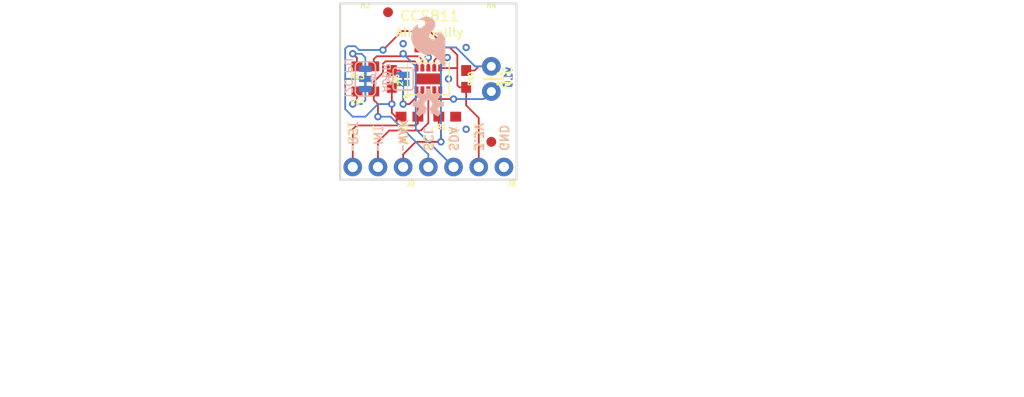
<source format=kicad_pcb>
(kicad_pcb (version 20211014) (generator pcbnew)
  (layers (0 "F.Cu" signal) (31 "B.Cu" signal) (34 "B.Paste" user) (35 "F.Paste" user) (36 "B.SilkS" user "B.Silkscreen") (37 "F.SilkS" user "F.Silkscreen") (38 "B.Mask" user) (39 "F.Mask" user) (44 "Edge.Cuts" user))
  (net 0 "")
  (net 1 "GND")
  (net 2 "SCL")
  (net 3 "SDA")
  (net 4 "3.3V")
  (net 5 "~{RST}")
  (net 6 "CCS811_ADDR")
  (net 7 "AUX")
  (net 8 "~{INT}")
  (net 9 "~{WAKE}")
  (net 10 "NTC_SENSE")
  (net 11 "N$4")
  (net 12 "N$5")
  (footprint "boardEagle:0603" (layer "F.Cu") (at 148.5011 100.5586 180)
    (fp_text reference "C2" (at 0 -0.762 180) (layer "F.SilkS") (effects (font (size 0.48768 0.48768) (thickness 0.12192)) (justify right top)))
    (fp_text value "1.0uF")
    (pad "1" smd rect (at -0.85 0 180) (size 1.1 1) (layers "F.Cu" "F.Paste" "F.Mask") (net 4 "3.3V"))
    (pad "2" smd rect (at 0.85 0 180) (size 1.1 1) (layers "F.Cu" "F.Paste" "F.Mask") (net 1 "GND"))
  )
  (footprint "boardEagle:0603" (layer "F.Cu") (at 146.5961 107.5436 180)
    (fp_text reference "R2" (at 0 -0.762 180) (layer "F.SilkS") (effects (font (size 0.48768 0.48768) (thickness 0.12192)) (justify right top)))
    (fp_text value "4.7k")
    (pad "1" smd rect (at -0.85 0 180) (size 1.1 1) (layers "F.Cu" "F.Paste" "F.Mask") (net 5 "~{RST}"))
    (pad "2" smd rect (at 0.85 0 180) (size 1.1 1) (layers "F.Cu" "F.Paste" "F.Mask") (net 4 "3.3V"))
  )
  (footprint "boardEagle:FIDUCIAL-1X2" (layer "F.Cu") (at 154.8511 110.0836)
    (fp_text reference "FD2" hide)
    (fp_text value "FIDUCIAL1X2" hide)
    (pad "1" smd roundrect (at 0 0) (size 1 1) (layers "F.Cu" "F.Mask") (roundrect_rratio 0.5))
  )
  (footprint "boardEagle:STAND-OFF" (layer "F.Cu") (at 154.8511 98.6536)
    (fp_text reference "H4" (at 0 -2.032) (layer "F.SilkS") (effects (font (size 0.48768 0.48768) (thickness 0.12192)) (justify bottom)))
    (fp_text value "STAND-OFF")
    (pad "" np_thru_hole circle (at 0 0) (size 3.302 3.302) (drill 3.302) (layers *.Cu *.Mask))
  )
  (footprint "boardEagle:1X03_NO_SILK" (layer "F.Cu") (at 145.9611 112.6236 180)
    (fp_text reference "J2" (at -1.27 -1.397 180) (layer "F.SilkS") (effects (font (size 0.48768 0.48768) (thickness 0.12192)) (justify right top)))
    (fp_text value "")
    (pad "1" thru_hole circle (at 0 0 270) (size 1.8796 1.8796) (drill 1.016) (layers *.Cu *.Mask) (net 9 "~{WAKE}"))
    (pad "2" thru_hole circle (at 2.54 0 270) (size 1.8796 1.8796) (drill 1.016) (layers *.Cu *.Mask) (net 8 "~{INT}"))
    (pad "3" thru_hole circle (at 5.08 0 270) (size 1.8796 1.8796) (drill 1.016) (layers *.Cu *.Mask) (net 5 "~{RST}"))
  )
  (footprint "boardEagle:FIDUCIAL-1X2" (layer "F.Cu") (at 144.4371 97.0026)
    (fp_text reference "FD1" hide)
    (fp_text value "FIDUCIAL1X2" hide)
    (pad "1" smd roundrect (at 0 0) (size 1 1) (layers "F.Cu" "F.Mask") (roundrect_rratio 0.5))
  )
  (footprint "boardEagle:AXIAL-0.1" (layer "F.Cu") (at 154.8511 103.7336 -90)
    (fp_text reference "R12" (at 0 -1.143 -90) (layer "F.SilkS") (effects (font (size 0.48768 0.48768) (thickness 0.12192)) (justify bottom)))
    (fp_text value "10k")
    (fp_line (start 0 0.762) (end 0 0) (layer "F.SilkS") (width 0.2032))
    (fp_line (start 0 0) (end -0.254 0) (layer "F.SilkS") (width 0.2032))
    (fp_line (start 0 0) (end 0 -0.762) (layer "F.SilkS") (width 0.2032))
    (fp_line (start 0.254 0) (end 0 0) (layer "F.SilkS") (width 0.2032))
    (pad "P$1" thru_hole circle (at -1.27 0 270) (size 1.8796 1.8796) (drill 0.9) (layers *.Cu *.Mask) (net 7 "AUX"))
    (pad "P$2" thru_hole circle (at 1.27 0 270) (size 1.8796 1.8796) (drill 0.9) (layers *.Cu *.Mask) (net 10 "NTC_SENSE"))
  )
  (footprint "boardEagle:0603" (layer "F.Cu") (at 144.8181 103.7336 -90)
    (fp_text reference "R6" (at 0 -0.762 -90) (layer "F.SilkS") (effects (font (size 0.48768 0.48768) (thickness 0.12192)) (justify bottom)))
    (fp_text value "100k")
    (pad "1" smd rect (at -0.85 0 270) (size 1.1 1) (layers "F.Cu" "F.Paste" "F.Mask") (net 6 "CCS811_ADDR"))
    (pad "2" smd rect (at 0.85 0 270) (size 1.1 1) (layers "F.Cu" "F.Paste" "F.Mask") (net 4 "3.3V"))
  )
  (footprint "boardEagle:CREATIVE_COMMONS" (layer "F.Cu") (at 125.6411 135.4836)
    (fp_text reference "FRAME1" hide)
    (fp_text value "FRAME-LETTER" hide)
  )
  (footprint "boardEagle:0603" (layer "F.Cu") (at 142.1511 105.0036 180)
    (fp_text reference "R14" (at 0 -0.762 180) (layer "F.SilkS") (effects (font (size 0.48768 0.48768) (thickness 0.12192)) (justify right top)))
    (fp_text value "4.7k")
    (pad "1" smd rect (at -0.85 0 180) (size 1.1 1) (layers "F.Cu" "F.Paste" "F.Mask") (net 2 "SCL"))
    (pad "2" smd rect (at 0.85 0 180) (size 1.1 1) (layers "F.Cu" "F.Paste" "F.Mask") (net 12 "N$5"))
  )
  (footprint "boardEagle:0603" (layer "F.Cu") (at 152.3111 103.7336 -90)
    (fp_text reference "R10" (at 0 -0.762 -90) (layer "F.SilkS") (effects (font (size 0.48768 0.48768) (thickness 0.12192)) (justify bottom)))
    (fp_text value "10k")
    (pad "1" smd rect (at -0.85 0 270) (size 1.1 1) (layers "F.Cu" "F.Paste" "F.Mask") (net 7 "AUX"))
    (pad "2" smd rect (at 0.85 0 270) (size 1.1 1) (layers "F.Cu" "F.Paste" "F.Mask") (net 4 "3.3V"))
  )
  (footprint "boardEagle:0603" (layer "F.Cu") (at 150.4061 107.5436 180)
    (fp_text reference "R1" (at 0 -0.762 180) (layer "F.SilkS") (effects (font (size 0.48768 0.48768) (thickness 0.12192)) (justify right top)))
    (fp_text value "100k")
    (pad "1" smd rect (at -0.85 0 180) (size 1.1 1) (layers "F.Cu" "F.Paste" "F.Mask") (net 1 "GND"))
    (pad "2" smd rect (at 0.85 0 180) (size 1.1 1) (layers "F.Cu" "F.Paste" "F.Mask") (net 9 "~{WAKE}"))
  )
  (footprint "boardEagle:1X04_NO_SILK" (layer "F.Cu") (at 156.1211 112.6236 180)
    (fp_text reference "J8" (at -1.27 -1.397 180) (layer "F.SilkS") (effects (font (size 0.48768 0.48768) (thickness 0.12192)) (justify right top)))
    (fp_text value "")
    (pad "1" thru_hole circle (at 0 0 270) (size 1.8796 1.8796) (drill 1.016) (layers *.Cu *.Mask) (net 1 "GND"))
    (pad "2" thru_hole circle (at 2.54 0 270) (size 1.8796 1.8796) (drill 1.016) (layers *.Cu *.Mask) (net 4 "3.3V"))
    (pad "3" thru_hole circle (at 5.08 0 270) (size 1.8796 1.8796) (drill 1.016) (layers *.Cu *.Mask) (net 3 "SDA"))
    (pad "4" thru_hole circle (at 7.62 0 270) (size 1.8796 1.8796) (drill 1.016) (layers *.Cu *.Mask) (net 2 "SCL"))
  )
  (footprint "boardEagle:0603" (layer "F.Cu") (at 142.1511 102.4636 180)
    (fp_text reference "R13" (at 0 -0.762 180) (layer "F.SilkS") (effects (font (size 0.48768 0.48768) (thickness 0.12192)) (justify right top)))
    (fp_text value "4.7k")
    (pad "1" smd rect (at -0.85 0 180) (size 1.1 1) (layers "F.Cu" "F.Paste" "F.Mask") (net 3 "SDA"))
    (pad "2" smd rect (at 0.85 0 180) (size 1.1 1) (layers "F.Cu" "F.Paste" "F.Mask") (net 11 "N$4"))
  )
  (footprint "boardEagle:LGA10" (layer "F.Cu") (at 148.5011 103.7336 90)
    (fp_text reference "U2" (at -1.27 -2.54 90) (layer "F.SilkS") (effects (font (size 0.48768 0.48768) (thickness 0.12192)) (justify left bottom)))
    (fp_text value "CCS811")
    (fp_line (start 1.6 -2.1) (end -1.6 -2.1) (layer "F.SilkS") (width 0.127))
    (fp_line (start -1.6 -2.1) (end -1.6 2.1) (layer "F.SilkS") (width 0.127))
    (fp_line (start -1.6 2.1) (end 1.6 2.1) (layer "F.SilkS") (width 0.127))
    (fp_line (start 1.6 2.1) (end 1.6 -2.1) (layer "F.SilkS") (width 0.127))
    (fp_circle (center -1.8 -2.3) (end -1.672525 -2.3) (layer "F.SilkS") (width 0.25495) (fill solid))
    (pad "1" smd rect (at -1.1 -1.2 90) (size 0.7 0.4) (layers "F.Cu" "F.Paste" "F.Mask") (net 6 "CCS811_ADDR"))
    (pad "2" smd rect (at -1.1 -0.6 90) (size 0.7 0.4) (layers "F.Cu" "F.Paste" "F.Mask") (net 5 "~{RST}"))
    (pad "3" smd rect (at -1.1 0 90) (size 0.7 0.4) (layers "F.Cu" "F.Paste" "F.Mask") (net 8 "~{INT}"))
    (pad "4" smd rect (at -1.1 0.6 90) (size 0.7 0.4) (layers "F.Cu" "F.Paste" "F.Mask") (net 10 "NTC_SENSE"))
    (pad "5" smd rect (at -1.1 1.2 90) (size 0.7 0.4) (layers "F.Cu" "F.Paste" "F.Mask") (net 10 "NTC_SENSE"))
    (pad "6" smd rect (at 1.1 1.2 270) (size 0.7 0.4) (layers "F.Cu" "F.Paste" "F.Mask") (net 4 "3.3V"))
    (pad "7" smd rect (at 1.1 0.6 270) (size 0.7 0.4) (layers "F.Cu" "F.Paste" "F.Mask") (net 9 "~{WAKE}"))
    (pad "8" smd rect (at 1.1 0 270) (size 0.7 0.4) (layers "F.Cu" "F.Paste" "F.Mask") (net 7 "AUX"))
    (pad "9" smd rect (at 1.1 -0.6 270) (size 0.7 0.4) (layers "F.Cu" "F.Paste" "F.Mask") (net 3 "SDA"))
    (pad "10" smd rect (at 1.1 -1.2 270) (size 0.7 0.4) (layers "F.Cu" "F.Paste" "F.Mask") (net 2 "SCL"))
    (pad "EP" smd rect (at 0 0 90) (size 1.1 2.45) (layers "F.Cu") (net 1 "GND"))
  )
  (footprint "boardEagle:STAND-OFF" (layer "F.Cu") (at 142.1511 98.6536)
    (fp_text reference "H2" (at 0 -2.032) (layer "F.SilkS") (effects (font (size 0.48768 0.48768) (thickness 0.12192)) (justify bottom)))
    (fp_text value "STAND-OFF")
    (pad "" np_thru_hole circle (at 0 0) (size 3.302 3.302) (drill 3.302) (layers *.Cu *.Mask))
  )
  (footprint "boardEagle:OSHW-LOGO-S" (layer "B.Cu") (at 148.5011 106.2736 180)
    (fp_text reference "LOGO4" hide)
    (fp_text value "OSHW-LOGOS" hide)
    (fp_poly (pts (xy 0.301647 1.061351) (xy 0.42347 1.022344) (xy 0.537177 0.963769) (xy 0.92862 1.282946) (xy 1.282946 0.92862) (xy 0.961035 0.533823) (xy 1.057046 0.302084) (xy 1.5638 0.250561) (xy 1.5638 -0.250561) (xy 1.057046 -0.302084) (xy 0.961035 -0.533823) (xy 1.282946 -0.92862) (xy 0.92862 -1.282946) (xy 0.537177 -0.96377) (xy 0.356601 -1.056794) (xy 0.088679 -0.410073) (xy 0.326262 -0.2176) (xy 0.373649 -0.121468) (xy 0.392729 -0.010339) (xy 0.379464 0.101634) (xy 0.334947 0.205229) (xy 0.262842 0.291918) (xy 0.169087 0.354561) (xy 0.061406 0.387999) (xy -0.051342 0.38948) (xy -0.159868 0.358881) (xy -0.255234 0.298724) (xy -0.329589 0.213962) (xy -0.376813 0.111569) (xy -0.392176 0.005767) (xy -0.322923 -0.222565) (xy -0.249312 -0.303773) (xy 0.091677 -0.5081) (xy -0.12929 -0.5081) (xy -0.355332 -1.053732) (xy -0.506597 -0.983577) (xy -0.538922 -0.965192) (xy -0.92862 -1.282946) (xy -1.282946 -0.92862) (xy -0.961035 -0.533823) (xy -1.057046 -0.302084) (xy -1.5638 -0.250561) (xy -1.5638 0.250561) (xy -1.057046 0.302084) (xy -0.961035 0.533823) (xy -1.282946 0.92862) (xy -0.92862 1.282946) (xy -0.533823 0.961035) (xy -0.302084 1.057046) (xy -0.250561 1.5638) (xy 0.250561 1.5638)) (layer "B.SilkS") (width 0) (fill solid))
  )
  (footprint "boardEagle:SMT-JUMPER_3_2-NC_TRACE_SILK" (layer "B.Cu") (at 142.1511 103.7336 90)
    (fp_text reference "JP1" (at 0 1.143 270) (layer "B.SilkS") (effects (font (size 0.48768 0.48768) (thickness 0.12192)) (justify bottom mirror)))
    (fp_text value "")
    (fp_line (start 0 0) (end 1.016 0) (layer "B.Cu") (width 0.254))
    (fp_line (start 0 0) (end -1.016 0) (layer "B.Cu") (width 0.254))
    (fp_line (start 1.7272 -0.5588) (end 1.7272 0.5588) (layer "B.SilkS") (width 0.1524))
    (fp_line (start 1.27 -1.016) (end -1.27 -1.016) (layer "B.SilkS") (width 0.1524))
    (fp_line (start -1.7272 -0.5588) (end -1.7272 0.5588) (layer "B.SilkS") (width 0.1524))
    (fp_line (start -1.27 1.016) (end 1.27 1.016) (layer "B.SilkS") (width 0.1524))
    (fp_arc (start -1.7272 -0.5588) (mid -1.593289 -0.882089) (end -1.27 -1.016) (layer "B.SilkS") (width 0.1524))
    (fp_arc (start 1.27 -1.016) (mid 1.593289 -0.882089) (end 1.7272 -0.5588) (layer "B.SilkS") (width 0.1524))
    (fp_arc (start -1.27 1.016) (mid -1.593289 0.882089) (end -1.7272 0.5588) (layer "B.SilkS") (width 0.1524))
    (fp_arc (start 1.7272 0.5588) (mid 1.593289 0.882089) (end 1.27 1.016) (layer "B.SilkS") (width 0.1524))
    (pad "1" smd rect (at -1.016 0 90) (size 0.635 1.27) (layers "B.Cu" "B.Mask") (net 12 "N$5"))
    (pad "2" smd rect (at 0 0 90) (size 0.635 1.27) (layers "B.Cu" "B.Mask") (net 4 "3.3V"))
    (pad "3" smd rect (at 1.016 0 90) (size 0.635 1.27) (layers "B.Cu" "B.Mask") (net 11 "N$4"))
  )
  (footprint "boardEagle:SMT-JUMPER_2_NO_SILK" (layer "B.Cu") (at 145.9611 103.7336 -90)
    (fp_text reference "JP2" (at 0 1.143 90) (layer "B.SilkS") (effects (font (size 0.48768 0.48768) (thickness 0.12192)) (justify bottom mirror)))
    (fp_text value "")
    (fp_line (start -1.1176 -0.762) (end -1.1176 0.762) (layer "B.SilkS") (width 0.1524))
    (fp_line (start 1.1176 -0.762) (end 1.1176 0.762) (layer "B.SilkS") (width 0.1524))
    (fp_line (start -0.8636 1.016) (end 0.8636 1.016) (layer "B.SilkS") (width 0.1524))
    (fp_line (start 0.8636 -1.016) (end -0.8636 -1.016) (layer "B.SilkS") (width 0.1524))
    (fp_arc (start -1.1176 -0.762) (mid -1.043205 -0.941605) (end -0.8636 -1.016) (layer "B.SilkS") (width 0.1524))
    (fp_arc (start 1.1176 0.762) (mid 1.043205 0.941605) (end 0.8636 1.016) (layer "B.SilkS") (width 0.1524))
    (fp_arc (start 0.8636 -1.016) (mid 1.043205 -0.941605) (end 1.1176 -0.762) (layer "B.SilkS") (width 0.1524))
    (fp_arc (start -0.8636 1.016) (mid -1.043205 0.941605) (end -1.1176 0.762) (layer "B.SilkS") (width 0.1524))
    (pad "1" smd rect (at -0.4064 0 270) (size 0.635 1.27) (layers "B.Cu" "B.Mask") (net 1 "GND"))
    (pad "2" smd rect (at 0.4064 0 270) (size 0.635 1.27) (layers "B.Cu" "B.Mask") (net 6 "CCS811_ADDR"))
  )
  (footprint "boardEagle:SFE_LOGO_FLAME_.2" (layer "B.Cu") (at 150.5331 102.8446 180)
    (fp_text reference "LOGO1" hide)
    (fp_text value "SFE_LOGO_FLAME.2_INCH" hide)
    (fp_poly (pts (xy 2.356124 5.387841) (xy 2.54221 5.336151) (xy 2.696765 5.274329) (xy 2.820715 5.202025) (xy 2.891641 5.151363) (xy 3.025836 5.0619) (xy 2.88531 5.0619) (xy 2.845311 5.0719) (xy 2.72211 5.0719) (xy 2.636752 5.062416) (xy 2.563301 5.044053) (xy 2.491409 5.008107) (xy 2.417637 4.943557) (xy 2.382274 4.899352) (xy 2.354785 4.844375) (xy 2.336905 4.799676) (xy 2.328626 4.75) (xy 2.337228 4.698388) (xy 2.355 4.636185) (xy 2.392012 4.580668) (xy 2.440009 4.503873) (xy 2.485908 4.457974) (xy 2.55352 4.400021) (xy 2.689709 4.302743) (xy 2.763874 4.265661) (xy 2.895336 4.2281) (xy 2.952181 4.2281) (xy 3.008246 4.252128) (xy 3.049745 4.293627) (xy 3.073607 4.333397) (xy 3.09127 4.439377) (xy 3.0819 4.486227) (xy 3.0819 4.618742) (xy 3.303873 4.480009) (xy 3.480861 4.303021) (xy 3.614896 4.055572) (xy 3.717119 3.769347) (xy 3.768264 3.431786) (xy 3.747805 3.073743) (xy 3.645669 2.706055) (xy 3.452264 2.329424) (xy 3.308996 2.145223) (xy 3.155643 1.981646) (xy 2.981788 1.848698) (xy 2.788079 1.726356) (xy 2.582909 1.634029) (xy 2.357412 1.57253) (xy 2.112372 1.5419) (xy 1.725104 1.5419) (xy 1.622976 1.514047) (xy 1.518969 1.466771) (xy 1.42376 1.400124) (xy 1.326228 1.312346) (xy 1.218056 1.204174) (xy 1.108517 1.074719) (xy 0.977919 0.934075) (xy 0.858086 0.804255) (xy 0.748687 0.684911) (xy 0.648805 0.565052) (xy 0.559226 0.465519) (xy 0.489518 0.375893) (xy 0.427975 0.304094) (xy 0.391313 0.267431) (xy 0.3119 0.108606) (xy 0.3119 2.841002) (xy 0.322025 3.033368) (xy 0.342559 3.197641) (xy 0.384528 3.344532) (xy 0.44803 3.460954) (xy 0.521382 3.555263) (xy 0.605727 3.639608) (xy 0.702167 3.703902) (xy 0.807873 3.746184) (xy 0.921241 3.777103) (xy 1.026227 3.7981) (xy 1.212708 3.7981) (xy 1.289909 3.787071) (xy 1.34311 3.765791) (xy 1.366183 3.7581) (xy 1.461982 3.7581) (xy 1.382569 3.678687) (xy 1.357039 3.665922) (xy 1.315621 3.645214) (xy 1.268829 3.626497) (xy 1.233336 3.599877) (xy 1.185451 3.561569) (xy 1.148854 3.524972) (xy 1.12419 3.492086) (xy 1.1081 3.443817) (xy 1.1081 3.385336) (xy 1.125661 3.323874) (xy 1.151313 3.272569) (xy 1.205908 3.217974) (xy 1.269129 3.163785) (xy 1.351037 3.136482) (xy 1.455104 3.1081) (xy 1.604664 3.1081) (xy 1.733815 3.145) (xy 1.84488 3.219044) (xy 1.926058 3.309241) (xy 1.9619 3.425729) (xy 1.9619 3.551547) (xy 1.897724 3.689068) (xy 1.772099 3.834019) (xy 1.601271 4.004847) (xy 1.467539 4.179728) (xy 1.374405 4.365995) (xy 1.3219 4.544513) (xy 1.3219 4.726526) (xy 1.385749 4.907432) (xy 1.501641 5.076002) (xy 1.67885 5.221939) (xy 1.916748 5.34606) (xy 2.146668 5.398314)) (layer "B.SilkS") (width 0) (fill solid))
  )
  (gr_line (start 139.6111 113.8936) (end 139.6111 96.1136) (layer "Edge.Cuts") (width 0.2032))
  (gr_line (start 139.6111 96.1136) (end 157.3911 96.1136) (layer "Edge.Cuts") (width 0.2032))
  (gr_line (start 157.3911 113.8936) (end 139.6111 113.8936) (layer "Edge.Cuts") (width 0.2032))
  (gr_line (start 157.3911 96.1136) (end 157.3911 113.8936) (layer "Edge.Cuts") (width 0.2032))
  (gr_text "v10" (at 157.0101 103.6066 -270) (layer "B.Cu") (effects (font (size 0.8128 0.8128) (thickness 0.2032)) (justify bottom mirror)))
  (gr_text "~RST" (at 140.8811 111.0996 -90) (layer "B.SilkS") (effects (font (size 0.8636 0.8636) (thickness 0.1524)) (justify left mirror)))
  (gr_text "3.3V" (at 153.5811 111.0996 -90) (layer "B.SilkS") (effects (font (size 0.8636 0.8636) (thickness 0.1524)) (justify left mirror)))
  (gr_text "~WAK" (at 145.9611 111.0996 -90) (layer "B.SilkS") (effects (font (size 0.8636 0.8636) (thickness 0.1524)) (justify left mirror)))
  (gr_text "SCL" (at 148.5011 111.0996 -90) (layer "B.SilkS") (effects (font (size 0.8636 0.8636) (thickness 0.1524)) (justify left mirror)))
  (gr_text "I2C PU" (at 139.9921 103.6066 -90) (layer "B.SilkS") (effects (font (size 0.75565 0.75565) (thickness 0.13335)) (justify bottom mirror)))
  (gr_text "ADDR" (at 143.8021 103.6066 -90) (layer "B.SilkS") (effects (font (size 0.75565 0.75565) (thickness 0.13335)) (justify bottom mirror)))
  (gr_text "~INT" (at 143.4211 111.0996 -90) (layer "B.SilkS") (effects (font (size 0.8636 0.8636) (thickness 0.1524)) (justify left mirror)))
  (gr_text "GND" (at 156.1211 111.0996 -90) (layer "B.SilkS") (effects (font (size 0.8636 0.8636) (thickness 0.1524)) (justify left mirror)))
  (gr_text "SDA" (at 151.0411 111.0996 -90) (layer "B.SilkS") (effects (font (size 0.8636 0.8636) (thickness 0.1524)) (justify left mirror)))
  (gr_text "3.3V" (at 153.5811 111.0996 90) (layer "F.SilkS") (effects (font (size 0.8636 0.8636) (thickness 0.1524)) (justify left)))
  (gr_text "~RST" (at 140.8811 111.0996 90) (layer "F.SilkS") (effects (font (size 0.8636 0.8636) (thickness 0.1524)) (justify left)))
  (gr_text "~WAK" (at 145.9611 111.0996 90) (layer "F.SilkS") (effects (font (size 0.8636 0.8636) (thickness 0.1524)) (justify left)))
  (gr_text "CCS811" (at 148.6281 97.3836) (layer "F.SilkS") (effects (font (size 1.025525 1.025525) (thickness 0.180975))))
  (gr_text "~INT" (at 143.4211 111.0996 90) (layer "F.SilkS") (effects (font (size 0.8636 0.8636) (thickness 0.1524)) (justify left)))
  (gr_text "SCL" (at 148.5011 111.0996 90) (layer "F.SilkS") (effects (font (size 0.8636 0.8636) (thickness 0.1524)) (justify left)))
  (gr_text "Air Quality" (at 148.6281 99.0346) (layer "F.SilkS") (effects (font (size 0.8636 0.8636) (thickness 0.1524))))
  (gr_text "SDA" (at 151.0411 111.0996 90) (layer "F.SilkS") (effects (font (size 0.8636 0.8636) (thickness 0.1524)) (justify left)))
  (gr_text "GND" (at 156.1211 111.0996 90) (layer "F.SilkS") (effects (font (size 0.8636 0.8636) (thickness 0.1524)) (justify left)))
  (gr_text "NTC" (at 157.0101 103.6066 90) (layer "F.SilkS") (effects (font (size 0.8636 0.8636) (thickness 0.1524)) (justify bottom)))
  (via (at 145.9611 100.1776) (size 0.7366) (drill 0.381) (layers "F.Cu" "B.Cu") (net 1))
  (via (at 150.5331 103.7336) (size 0.7366) (drill 0.381) (layers "F.Cu" "B.Cu") (net 1))
  (via (at 152.3111 108.8136) (size 0.7366) (drill 0.381) (layers "F.Cu" "B.Cu") (net 1))
  (via (at 152.3111 100.5586) (size 0.7366) (drill 0.381) (layers "F.Cu" "B.Cu") (net 1))
  (segment (start 143.9291 103.0986) (end 143.0011 104.0266) (width 0.1778) (layer "F.Cu") (net 2))
  (segment (start 143.9291 102.2096) (end 143.9291 103.0986) (width 0.1778) (layer "F.Cu") (net 2))
  (segment (start 143.0011 105.0036) (end 143.0011 105.8536) (width 0.1778) (layer "F.Cu") (net 2))
  (segment (start 147.3011 102.1526) (end 147.1041 101.9556) (width 0.1778) (layer "F.Cu") (net 2))
  (segment (start 143.0011 105.0036) (end 143.0011 104.0266) (width 0.1778) (layer "F.Cu") (net 2))
  (segment (start 143.4211 106.2736) (end 143.4211 107.5436) (width 0.1778) (layer "F.Cu") (net 2))
  (segment (start 147.3011 102.6336) (end 147.3011 102.1526) (width 0.1778) (layer "F.Cu") (net 2))
  (segment (start 143.0011 105.8536) (end 143.4211 106.2736) (width 0.1778) (layer "F.Cu") (net 2))
  (segment (start 144.1831 101.9556) (end 143.9291 102.2096) (width 0.1778) (layer "F.Cu") (net 2))
  (segment (start 147.1041 101.9556) (end 144.1831 101.9556) (width 0.1778) (layer "F.Cu") (net 2))
  (via (at 143.4211 107.5436) (size 0.7366) (drill 0.381) (layers "F.Cu" "B.Cu") (net 2))
  (segment (start 148.5011 111.3536) (end 148.5011 112.6236) (width 0.1778) (layer "B.Cu") (net 2))
  (segment (start 143.4211 107.5436) (end 144.6911 107.5436) (width 0.1778) (layer "B.Cu") (net 2))
  (segment (start 144.6911 107.5436) (end 148.5011 111.3536) (width 0.1778) (layer "B.Cu") (net 2))
  (segment (start 143.0011 102.4636) (end 143.0011 101.7406) (width 0.1778) (layer "F.Cu") (net 3))
  (segment (start 143.2941 101.4476) (end 145.7071 101.4476) (width 0.1778) (layer "F.Cu") (net 3))
  (segment (start 145.7071 101.4476) (end 145.9611 101.1936) (width 0.1778) (layer "F.Cu") (net 3))
  (segment (start 147.4851 101.4476) (end 146.2151 101.4476) (width 0.1778) (layer "F.Cu") (net 3))
  (segment (start 147.9011 102.6336) (end 147.9011 101.8636) (width 0.1778) (layer "F.Cu") (net 3))
  (segment (start 146.2151 101.4476) (end 145.9611 101.1936) (width 0.1778) (layer "F.Cu") (net 3))
  (segment (start 143.2941 101.4476) (end 143.0011 101.7406) (width 0.1778) (layer "F.Cu") (net 3))
  (segment (start 147.9011 101.8636) (end 147.4851 101.4476) (width 0.1778) (layer "F.Cu") (net 3))
  (via (at 145.9611 101.1936) (size 0.7366) (drill 0.381) (layers "F.Cu" "B.Cu") (net 3))
  (segment (start 151.0411 112.6236) (end 147.2311 108.8136) (width 0.1778) (layer "B.Cu") (net 3))
  (segment (start 147.2311 108.8136) (end 147.2311 102.4636) (width 0.1778) (layer "B.Cu") (net 3))
  (segment (start 147.2311 102.4636) (end 145.9611 101.1936) (width 0.1778) (layer "B.Cu") (net 3))
  (segment (start 144.8181 104.5836) (end 144.8181 106.2736) (width 0.1778) (layer "F.Cu") (net 4))
  (segment (start 145.8341 98.9076) (end 148.6281 98.9076) (width 0.1778) (layer "F.Cu") (net 4))
  (segment (start 145.7461 107.5436) (end 145.1991 107.5436) (width 0.1778) (layer "F.Cu") (net 4))
  (segment (start 150.6601 100.5586) (end 149.3511 100.5586) (width 0.1778) (layer "F.Cu") (net 4))
  (segment (start 144.8181 107.1626) (end 144.8181 106.2736) (width 0.1778) (layer "F.Cu") (net 4))
  (segment (start 149.3511 100.5586) (end 149.3511 99.6306) (width 0.1778) (layer "F.Cu") (net 4))
  (segment (start 151.6371 104.5836) (end 151.4221 104.3686) (width 0.1778) (layer "F.Cu") (net 4))
  (segment (start 148.6281 98.9076) (end 149.3511 99.6306) (width 0.1778) (layer "F.Cu") (net 4))
  (segment (start 151.4221 104.3686) (end 151.4221 102.5906) (width 0.1778) (layer "F.Cu") (net 4))
  (segment (start 151.4221 101.3206) (end 150.6601 100.5586) (width 0.1778) (layer "F.Cu") (net 4))
  (segment (start 149.7011 102.6336) (end 151.3791 102.6336) (width 0.1778) (layer "F.Cu") (net 4))
  (segment (start 152.3111 104.5836) (end 151.6371 104.5836) (width 0.1778) (layer "F.Cu") (net 4))
  (segment (start 151.3791 102.6336) (end 151.4221 102.5906) (width 0.1778) (layer "F.Cu") (net 4))
  (segment (start 145.8341 98.9076) (end 143.9291 100.8126) (width 0.1778) (layer "F.Cu") (net 4))
  (segment (start 152.3111 106.4006) (end 152.3111 104.5836) (width 0.1778) (layer "F.Cu") (net 4))
  (segment (start 151.4221 102.5906) (end 151.4221 101.3206) (width 0.1778) (layer "F.Cu") (net 4))
  (segment (start 145.1991 107.5436) (end 144.8181 107.1626) (width 0.1778) (layer "F.Cu") (net 4))
  (segment (start 153.5811 112.6236) (end 153.5811 107.6706) (width 0.1778) (layer "F.Cu") (net 4))
  (segment (start 153.5811 107.6706) (end 152.3111 106.4006) (width 0.1778) (layer "F.Cu") (net 4))
  (via (at 144.8181 106.2736) (size 0.7366) (drill 0.381) (layers "F.Cu" "B.Cu") (net 4))
  (via (at 143.9291 100.8126) (size 0.7366) (drill 0.381) (layers "F.Cu" "B.Cu") (net 4))
  (segment (start 142.1511 103.7336) (end 140.1191 103.7336) (width 0.1778) (layer "B.Cu") (net 4))
  (segment (start 143.4211 106.2736) (end 144.8181 106.2736) (width 0.1778) (layer "B.Cu") (net 4))
  (segment (start 141.1351 100.4316) (end 141.5161 100.8126) (width 0.1778) (layer "B.Cu") (net 4))
  (segment (start 140.1191 100.6856) (end 140.1191 103.7336) (width 0.1778) (layer "B.Cu") (net 4))
  (segment (start 140.3731 100.4316) (end 141.1351 100.4316) (width 0.1778) (layer "B.Cu") (net 4))
  (segment (start 140.1191 106.7816) (end 140.8811 107.5436) (width 0.1778) (layer "B.Cu") (net 4))
  (segment (start 140.8811 107.5436) (end 142.1511 107.5436) (width 0.1778) (layer "B.Cu") (net 4))
  (segment (start 142.1511 107.5436) (end 143.4211 106.2736) (width 0.1778) (layer "B.Cu") (net 4))
  (segment (start 140.1191 103.7336) (end 140.1191 106.7816) (width 0.1778) (layer "B.Cu") (net 4))
  (segment (start 141.5161 100.8126) (end 143.9291 100.8126) (width 0.1778) (layer "B.Cu") (net 4))
  (segment (start 140.1191 100.6856) (end 140.3731 100.4316) (width 0.1778) (layer "B.Cu") (net 4))
  (segment (start 147.4461 107.5436) (end 147.4461 106.6936) (width 0.1778) (layer "F.Cu") (net 5))
  (segment (start 147.9011 106.2386) (end 147.4461 106.6936) (width 0.1778) (layer "F.Cu") (net 5))
  (segment (start 141.2621 108.4326) (end 140.8811 108.8136) (width 0.1778) (layer "F.Cu") (net 5))
  (segment (start 147.4461 107.5436) (end 147.4461 108.2176) (width 0.1778) (layer "F.Cu") (net 5))
  (segment (start 147.2311 108.4326) (end 141.2621 108.4326) (width 0.1778) (layer "F.Cu") (net 5))
  (segment (start 147.4461 108.2176) (end 147.2311 108.4326) (width 0.1778) (layer "F.Cu") (net 5))
  (segment (start 140.8811 108.8136) (end 140.8811 112.6236) (width 0.1778) (layer "F.Cu") (net 5))
  (segment (start 147.9011 104.8336) (end 147.9011 106.2386) (width 0.1778) (layer "F.Cu") (net 5))
  (segment (start 144.8181 102.8836) (end 145.6191 102.8836) (width 0.1778) (layer "F.Cu") (net 6))
  (segment (start 145.9611 103.2256) (end 145.9611 106.2736) (width 0.1778) (layer "F.Cu") (net 6))
  (segment (start 146.5961 106.2736) (end 145.9611 106.2736) (width 0.1778) (layer "F.Cu") (net 6))
  (segment (start 147.3011 104.8336) (end 147.3011 105.5686) (width 0.1778) (layer "F.Cu") (net 6))
  (segment (start 145.6191 102.8836) (end 145.9611 103.2256) (width 0.1778) (layer "F.Cu") (net 6))
  (segment (start 147.3011 105.5686) (end 146.5961 106.2736) (width 0.1778) (layer "F.Cu") (net 6))
  (via (at 145.9611 106.2736) (size 0.7366) (drill 0.381) (layers "F.Cu" "B.Cu") (net 6))
  (segment (start 145.9611 104.14) (end 145.9611 106.2736) (width 0.1778) (layer "B.Cu") (net 6))
  (segment (start 153.1611 102.8836) (end 153.5811 102.4636) (width 0.1778) (layer "F.Cu") (net 7))
  (segment (start 153.5811 102.4636) (end 154.8511 102.4636) (width 0.1778) (layer "F.Cu") (net 7))
  (segment (start 148.5011 102.6336) (end 148.5011 101.5746) (width 0.1778) (layer "F.Cu") (net 7))
  (segment (start 152.3111 102.8836) (end 153.1611 102.8836) (width 0.1778) (layer "F.Cu") (net 7))
  (via (at 148.5011 101.5746) (size 0.7366) (drill 0.381) (layers "F.Cu" "B.Cu") (net 7))
  (segment (start 148.5011 100.9396) (end 148.5011 101.5746) (width 0.1778) (layer "B.Cu") (net 7))
  (segment (start 154.8511 102.4636) (end 153.2001 102.4636) (width 0.1778) (layer "B.Cu") (net 7))
  (segment (start 148.8821 100.5586) (end 148.5011 100.9396) (width 0.1778) (layer "B.Cu") (net 7))
  (segment (start 151.2951 100.5586) (end 148.8821 100.5586) (width 0.1778) (layer "B.Cu") (net 7))
  (segment (start 153.2001 102.4636) (end 151.2951 100.5586) (width 0.1778) (layer "B.Cu") (net 7))
  (segment (start 148.5011 104.8336) (end 148.5011 108.1786) (width 0.1778) (layer "F.Cu") (net 8))
  (segment (start 148.5011 108.1786) (end 147.7391 108.9406) (width 0.1778) (layer "F.Cu") (net 8))
  (segment (start 144.5641 108.9406) (end 143.4211 110.0836) (width 0.1778) (layer "F.Cu") (net 8))
  (segment (start 143.4211 110.0836) (end 143.4211 112.6236) (width 0.1778) (layer "F.Cu") (net 8))
  (segment (start 147.7391 108.9406) (end 144.5641 108.9406) (width 0.1778) (layer "F.Cu") (net 8))
  (segment (start 149.3901 101.5746) (end 150.4061 101.5746) (width 0.1778) (layer "F.Cu") (net 9))
  (segment (start 145.9611 111.3536) (end 145.9611 112.6236) (width 0.1778) (layer "F.Cu") (net 9))
  (segment (start 149.7711 108.8136) (end 149.7711 110.0836) (width 0.1778) (layer "F.Cu") (net 9))
  (segment (start 149.5561 108.5986) (end 149.7711 108.8136) (width 0.1778) (layer "F.Cu") (net 9))
  (segment (start 149.1011 101.8636) (end 149.3901 101.5746) (width 0.1778) (layer "F.Cu") (net 9))
  (segment (start 149.7711 110.0836) (end 147.2311 110.0836) (width 0.1778) (layer "F.Cu") (net 9))
  (segment (start 149.5561 107.5436) (end 149.5561 108.5986) (width 0.1778) (layer "F.Cu") (net 9))
  (segment (start 149.1011 102.6336) (end 149.1011 101.8636) (width 0.1778) (layer "F.Cu") (net 9))
  (segment (start 147.2311 110.0836) (end 145.9611 111.3536) (width 0.1778) (layer "F.Cu") (net 9))
  (via (at 149.7711 110.0836) (size 0.7366) (drill 0.381) (layers "F.Cu" "B.Cu") (net 9))
  (via (at 150.4061 101.5746) (size 0.7366) (drill 0.381) (layers "F.Cu" "B.Cu") (net 9))
  (segment (start 149.7711 102.2096) (end 150.4061 101.5746) (width 0.1778) (layer "B.Cu") (net 9))
  (segment (start 149.7711 110.0836) (end 149.7711 102.2096) (width 0.1778) (layer "B.Cu") (net 9))
  (segment (start 149.7011 104.8336) (end 149.7011 105.6956) (width 0.1778) (layer "F.Cu") (net 10))
  (segment (start 149.2631 105.7656) (end 149.7711 105.7656) (width 0.1778) (layer "F.Cu") (net 10))
  (segment (start 149.1011 104.8336) (end 149.1011 105.6036) (width 0.1778) (layer "F.Cu") (net 10))
  (segment (start 149.7711 105.7656) (end 151.0411 105.7656) (width 0.1778) (layer "F.Cu") (net 10))
  (segment (start 149.7011 105.6956) (end 149.7711 105.7656) (width 0.1778) (layer "F.Cu") (net 10))
  (segment (start 149.1011 105.6036) (end 149.2631 105.7656) (width 0.1778) (layer "F.Cu") (net 10))
  (via (at 151.0411 105.7656) (size 0.7366) (drill 0.381) (layers "F.Cu" "B.Cu") (net 10))
  (segment (start 154.0891 105.7656) (end 154.8511 105.0036) (width 0.1778) (layer "B.Cu") (net 10))
  (segment (start 151.0411 105.7656) (end 154.0891 105.7656) (width 0.1778) (layer "B.Cu") (net 10))
  (segment (start 141.3011 102.4636) (end 141.3011 101.6136) (width 0.1778) (layer "F.Cu") (net 11))
  (segment (start 141.3011 101.6136) (end 140.8811 101.1936) (width 0.1778) (layer "F.Cu") (net 11))
  (via (at 140.8811 101.1936) (size 0.7366) (drill 0.381) (layers "F.Cu" "B.Cu") (net 11))
  (segment (start 140.8811 101.1936) (end 141.7701 101.1936) (width 0.1778) (layer "B.Cu") (net 11))
  (segment (start 141.7701 101.1936) (end 142.1511 101.5746) (width 0.1778) (layer "B.Cu") (net 11))
  (segment (start 142.1511 101.5746) (end 142.1511 102.7176) (width 0.1778) (layer "B.Cu") (net 11))
  (segment (start 141.3011 105.8536) (end 140.8811 106.2736) (width 0.1778) (layer "F.Cu") (net 12))
  (segment (start 141.3011 105.0036) (end 141.3011 105.8536) (width 0.1778) (layer "F.Cu") (net 12))
  (via (at 140.8811 106.2736) (size 0.7366) (drill 0.381) (layers "F.Cu" "B.Cu") (net 12))
  (segment (start 141.7701 106.2736) (end 142.1511 105.8926) (width 0.1778) (layer "B.Cu") (net 12))
  (segment (start 140.8811 106.2736) (end 141.7701 106.2736) (width 0.1778) (layer "B.Cu") (net 12))
  (segment (start 142.1511 105.8926) (end 142.1511 104.7496) (width 0.1778) (layer "B.Cu") (net 12))
)
</source>
